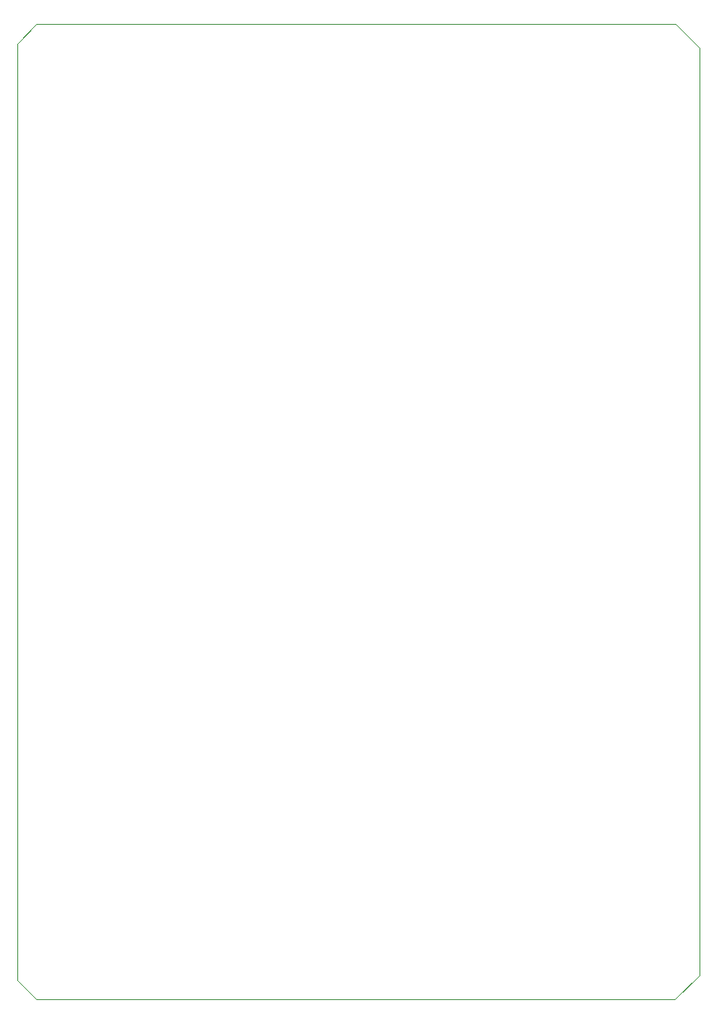
<source format=gbr>
%TF.GenerationSoftware,Altium Limited,Altium Designer,19.1.8 (144)*%
G04 Layer_Color=0*
%FSLAX45Y45*%
%MOMM*%
%TF.FileFunction,Profile,NP*%
%TF.Part,Single*%
G01*
G75*
%TA.AperFunction,Profile*%
%ADD77C,0.02540*%
D77*
X200000Y-0D02*
X6749999Y-2D01*
X6999999Y250001D01*
X7000000Y9754998D01*
X6755001Y9999999D01*
X200000Y10000000D01*
X0Y9799999D01*
X0Y199999D01*
X200000Y-0D01*
%TF.MD5,a0a8625a1dc5e2cdf1531658fd1b1ab3*%
M02*

</source>
